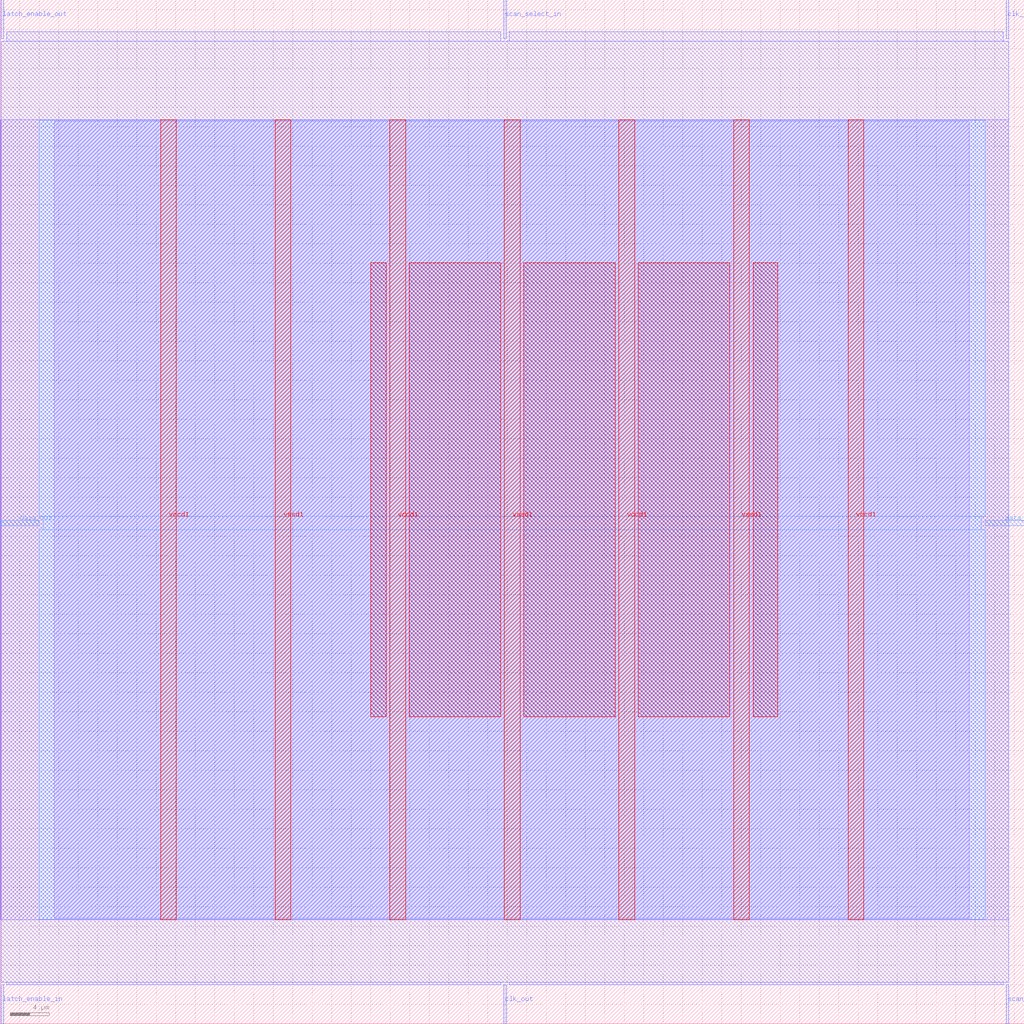
<source format=lef>
VERSION 5.7 ;
  NOWIREEXTENSIONATPIN ON ;
  DIVIDERCHAR "/" ;
  BUSBITCHARS "[]" ;
MACRO scan_wrapper_341364381657858642
  CLASS BLOCK ;
  FOREIGN scan_wrapper_341364381657858642 ;
  ORIGIN 0.000 0.000 ;
  SIZE 105.000 BY 105.000 ;
  PIN clk_in
    DIRECTION INPUT ;
    USE SIGNAL ;
    PORT
      LAYER met2 ;
        RECT 103.130 101.000 103.410 105.000 ;
    END
  END clk_in
  PIN clk_out
    DIRECTION OUTPUT TRISTATE ;
    USE SIGNAL ;
    PORT
      LAYER met2 ;
        RECT 51.610 0.000 51.890 4.000 ;
    END
  END clk_out
  PIN data_in
    DIRECTION INPUT ;
    USE SIGNAL ;
    PORT
      LAYER met3 ;
        RECT 101.000 51.040 105.000 51.640 ;
    END
  END data_in
  PIN data_out
    DIRECTION OUTPUT TRISTATE ;
    USE SIGNAL ;
    PORT
      LAYER met3 ;
        RECT 0.000 51.040 4.000 51.640 ;
    END
  END data_out
  PIN latch_enable_in
    DIRECTION INPUT ;
    USE SIGNAL ;
    PORT
      LAYER met2 ;
        RECT 0.090 0.000 0.370 4.000 ;
    END
  END latch_enable_in
  PIN latch_enable_out
    DIRECTION OUTPUT TRISTATE ;
    USE SIGNAL ;
    PORT
      LAYER met2 ;
        RECT 0.090 101.000 0.370 105.000 ;
    END
  END latch_enable_out
  PIN scan_select_in
    DIRECTION INPUT ;
    USE SIGNAL ;
    PORT
      LAYER met2 ;
        RECT 51.610 101.000 51.890 105.000 ;
    END
  END scan_select_in
  PIN scan_select_out
    DIRECTION OUTPUT TRISTATE ;
    USE SIGNAL ;
    PORT
      LAYER met2 ;
        RECT 103.130 0.000 103.410 4.000 ;
    END
  END scan_select_out
  PIN vccd1
    DIRECTION INOUT ;
    USE POWER ;
    PORT
      LAYER met4 ;
        RECT 16.465 10.640 18.065 92.720 ;
    END
    PORT
      LAYER met4 ;
        RECT 39.955 10.640 41.555 92.720 ;
    END
    PORT
      LAYER met4 ;
        RECT 63.445 10.640 65.045 92.720 ;
    END
    PORT
      LAYER met4 ;
        RECT 86.935 10.640 88.535 92.720 ;
    END
  END vccd1
  PIN vssd1
    DIRECTION INOUT ;
    USE GROUND ;
    PORT
      LAYER met4 ;
        RECT 28.210 10.640 29.810 92.720 ;
    END
    PORT
      LAYER met4 ;
        RECT 51.700 10.640 53.300 92.720 ;
    END
    PORT
      LAYER met4 ;
        RECT 75.190 10.640 76.790 92.720 ;
    END
  END vssd1
  OBS
      LAYER li1 ;
        RECT 5.520 10.795 99.360 92.565 ;
      LAYER met1 ;
        RECT 0.070 10.640 103.430 92.720 ;
      LAYER met2 ;
        RECT 0.650 100.720 51.330 101.730 ;
        RECT 52.170 100.720 102.850 101.730 ;
        RECT 0.100 4.280 103.400 100.720 ;
        RECT 0.650 4.000 51.330 4.280 ;
        RECT 52.170 4.000 102.850 4.280 ;
      LAYER met3 ;
        RECT 4.000 52.040 101.000 92.645 ;
        RECT 4.400 50.640 100.600 52.040 ;
        RECT 4.000 10.715 101.000 50.640 ;
      LAYER met4 ;
        RECT 38.015 31.455 39.555 78.025 ;
        RECT 41.955 31.455 51.300 78.025 ;
        RECT 53.700 31.455 63.045 78.025 ;
        RECT 65.445 31.455 74.790 78.025 ;
        RECT 77.190 31.455 79.745 78.025 ;
  END
END scan_wrapper_341364381657858642
END LIBRARY


</source>
